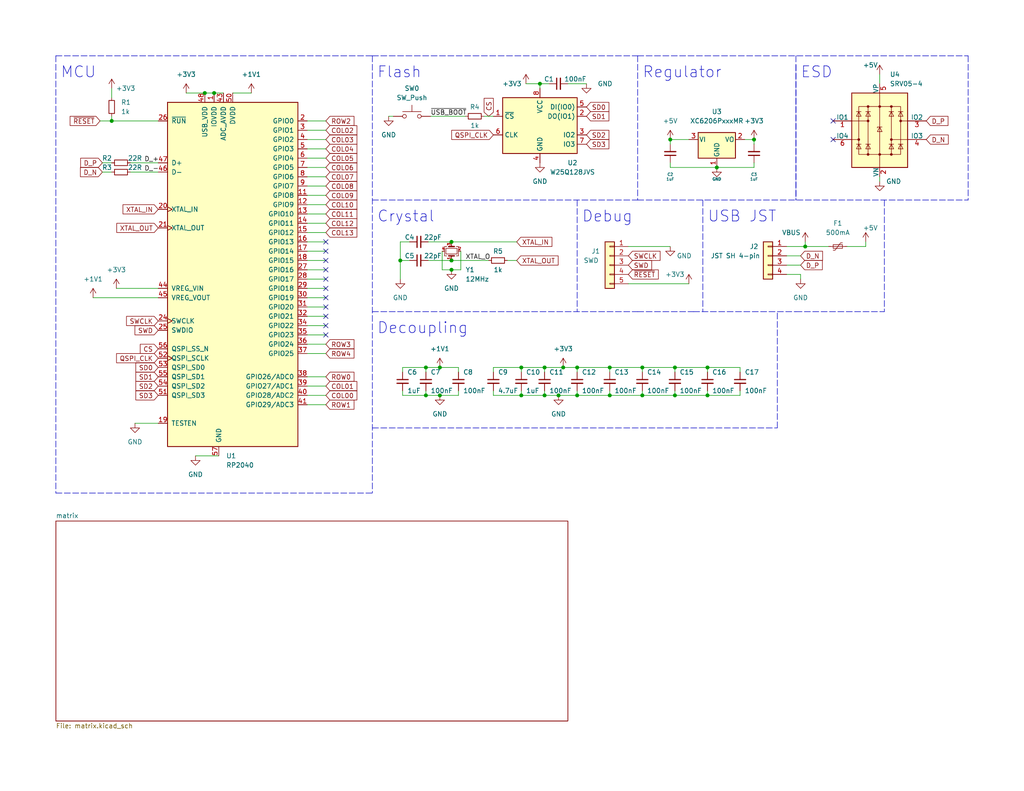
<source format=kicad_sch>
(kicad_sch (version 20211123) (generator eeschema)
  (paper "USLetter")
  (title_block (title "ice60") (date "2022-12-27") (company "chill") (comment 1 "© 2022 chillKB") (comment 2 "CERN Open Hardware License version 2 -- Permissive") (comment 4 "60% Soldered PCB with JST Powered by RP2040"))
  (lib_symbols
    (symbol "Connector_Generic:Conn_01x04" (pin_names (offset 1.016) hide)
      (property "Reference" "J" (at 0 5.08 0))
      (property "Value" "Conn_01x04" (at 0 -7.62 0))
      (symbol "Conn_01x04_1_1"
        (rectangle (start -1.27 -4.953) (end 0 -5.207) (stroke (width 0.1524)))
        (rectangle (start -1.27 -2.413) (end 0 -2.667) (stroke (width 0.1524)))
        (rectangle (start -1.27 0.127) (end 0 -0.127) (stroke (width 0.1524)))
        (rectangle (start -1.27 2.667) (end 0 2.413) (stroke (width 0.1524)))
        (rectangle (start -1.27 3.81) (end 1.27 -6.35) (stroke (width 0.254)) (fill (type background)))
        (pin passive line (at -5.08 2.54 0) (length 3.81) (name "Pin_1") (number "1"))
        (pin passive line (at -5.08 0 0) (length 3.81) (name "Pin_2") (number "2"))
        (pin passive line (at -5.08 -2.54 0) (length 3.81) (name "Pin_3") (number "3"))
        (pin passive line (at -5.08 -5.08 0) (length 3.81) (name "Pin_4") (number "4"))
      )
    )
    (symbol "Connector_Generic:Conn_01x05" (pin_names (offset 1.016) hide)
      (property "Reference" "J" (at 0 7.62 0))
      (property "Value" "Conn_01x05" (at 0 -7.62 0))
      (symbol "Conn_01x05_1_1"
        (rectangle (start -1.27 -4.953) (end 0 -5.207) (stroke (width 0.1524)))
        (rectangle (start -1.27 -2.413) (end 0 -2.667) (stroke (width 0.1524)))
        (rectangle (start -1.27 0.127) (end 0 -0.127) (stroke (width 0.1524)))
        (rectangle (start -1.27 2.667) (end 0 2.413) (stroke (width 0.1524)))
        (rectangle (start -1.27 5.207) (end 0 4.953) (stroke (width 0.1524)))
        (rectangle (start -1.27 6.35) (end 1.27 -6.35) (stroke (width 0.254)) (fill (type background)))
        (pin passive line (at -5.08 5.08 0) (length 3.81) (name "Pin_1") (number "1"))
        (pin passive line (at -5.08 2.54 0) (length 3.81) (name "Pin_2") (number "2"))
        (pin passive line (at -5.08 0 0) (length 3.81) (name "Pin_3") (number "3"))
        (pin passive line (at -5.08 -2.54 0) (length 3.81) (name "Pin_4") (number "4"))
        (pin passive line (at -5.08 -5.08 0) (length 3.81) (name "Pin_5") (number "5"))
      )
    )
    (symbol "Device:C_Small" (pin_numbers hide) (pin_names (offset 0.254) hide)
      (property "Reference" "C" (at 0.254 1.778 0))
      (property "Value" "C_Small" (at 0.254 -2.032 0))
      (symbol "C_Small_0_1"
        (polyline (pts (xy -1.524 -0.508) (xy 1.524 -0.508)) (stroke (width 0.3302)))
        (polyline (pts (xy -1.524 0.508) (xy 1.524 0.508)) (stroke (width 0.3048)))
      )
      (symbol "C_Small_1_1"
        (pin passive line (at 0 2.54 270) (length 2.032) (name "~") (number "1"))
        (pin passive line (at 0 -2.54 90) (length 2.032) (name "~") (number "2"))
      )
    )
    (symbol "Device:Crystal_GND24_Small" (pin_names (offset 1.016) hide)
      (property "Reference" "Y" (at 1.27 4.445 0))
      (property "Value" "Crystal_GND24_Small" (at 1.27 2.54 0))
      (symbol "Crystal_GND24_Small_0_1"
        (rectangle (start -0.762 -1.524) (end 0.762 1.524))
        (polyline (pts (xy -1.27 -0.762) (xy -1.27 0.762)) (stroke (width 0.381)))
        (polyline (pts (xy 1.27 -0.762) (xy 1.27 0.762)) (stroke (width 0.381)))
        (polyline (pts (xy -1.27 -1.27) (xy -1.27 -1.905) (xy 1.27 -1.905) (xy 1.27 -1.27)))
        (polyline (pts (xy -1.27 1.27) (xy -1.27 1.905) (xy 1.27 1.905) (xy 1.27 1.27)))
      )
      (symbol "Crystal_GND24_Small_1_1"
        (pin passive line (at -2.54 0 0) (length 1.27) (name "1") (number "1"))
        (pin passive line (at 0 -2.54 90) (length 0.635) (name "2") (number "2"))
        (pin passive line (at 2.54 0 180) (length 1.27) (name "3") (number "3"))
        (pin passive line (at 0 2.54 270) (length 0.635) (name "4") (number "4"))
      )
    )
    (symbol "Device:Polyfuse_Small" (pin_numbers hide) (pin_names (offset 0))
      (property "Reference" "F" (at -1.905 0 90))
      (property "Value" "Polyfuse_Small" (at 1.905 0 90))
      (symbol "Polyfuse_Small_0_1"
        (rectangle (start -0.508 1.27) (end 0.508 -1.27))
        (polyline (pts (xy 0 2.54) (xy 0 -2.54)))
        (polyline (pts (xy -1.016 1.27) (xy -1.016 0.762) (xy 1.016 -0.762) (xy 1.016 -1.27)))
      )
      (symbol "Polyfuse_Small_1_1"
        (pin passive line (at 0 2.54 270) (length 0.635) (name "~") (number "1"))
        (pin passive line (at 0 -2.54 90) (length 0.635) (name "~") (number "2"))
      )
    )
    (symbol "Device:R_Small" (pin_numbers hide) (pin_names (offset 0.254) hide)
      (property "Reference" "R" (at 0.762 0.508 0))
      (property "Value" "R_Small" (at 0.762 -1.016 0))
      (symbol "R_Small_0_1"
        (rectangle (start -0.762 1.778) (end 0.762 -1.778) (stroke (width 0.2032)))
      )
      (symbol "R_Small_1_1"
        (pin passive line (at 0 2.54 270) (length 0.762) (name "~") (number "1"))
        (pin passive line (at 0 -2.54 90) (length 0.762) (name "~") (number "2"))
      )
    )
    (symbol "Memory_Flash:W25Q128JVS"
      (property "Reference" "U" (at -8.89 8.89 0))
      (property "Value" "W25Q128JVS" (at 7.62 8.89 0))
      (symbol "W25Q128JVS_0_1"
        (rectangle (start -10.16 7.62) (end 10.16 -7.62) (stroke (width 0.254)) (fill (type background)))
      )
      (symbol "W25Q128JVS_1_1"
        (pin input line (at -12.7 2.54 0) (length 2.54) (name "~{CS}") (number "1"))
        (pin bidirectional line (at 12.7 2.54 180) (length 2.54) (name "DO(IO1)") (number "2"))
        (pin bidirectional line (at 12.7 -2.54 180) (length 2.54) (name "IO2") (number "3"))
        (pin power_in line (at 0 -10.16 90) (length 2.54) (name "GND") (number "4"))
        (pin bidirectional line (at 12.7 5.08 180) (length 2.54) (name "DI(IO0)") (number "5"))
        (pin input line (at -12.7 -2.54 0) (length 2.54) (name "CLK") (number "6"))
        (pin bidirectional line (at 12.7 -5.08 180) (length 2.54) (name "IO3") (number "7"))
        (pin power_in line (at 0 10.16 270) (length 2.54) (name "VCC") (number "8"))
      )
    )
    (symbol "Regulator_Linear:XC6206PxxxMR" (pin_names (offset 0.254))
      (property "Reference" "U" (at -3.81 3.175 0))
      (property "Value" "XC6206PxxxMR" (at 0 3.175 0))
      (symbol "XC6206PxxxMR_0_1"
        (rectangle (start -5.08 1.905) (end 5.08 -5.08) (stroke (width 0.254)) (fill (type background)))
      )
      (symbol "XC6206PxxxMR_1_1"
        (pin power_in line (at 0 -7.62 90) (length 2.54) (name "GND") (number "1"))
        (pin power_out line (at 7.62 0 180) (length 2.54) (name "VO") (number "2"))
        (pin power_in line (at -7.62 0 0) (length 2.54) (name "VI") (number "3"))
      )
    )
    (symbol "Sleep-Lib:RP2040" (pin_names (offset 1.016))
      (property "Reference" "U" (at 8.89 51.435 0))
      (property "Value" "RP2040" (at 8.89 48.895 0))
      (symbol "RP2040_0_0"
        (rectangle (start -17.78 -45.72) (end 17.78 48.26) (stroke (width 0.254)) (fill (type background)))
      )
      (symbol "RP2040_1_1"
        (pin power_in line (at -5.08 50.8 270) (length 2.54) (name "IOVDD") (number "1"))
        (pin power_in line (at -5.08 50.8 270) (length 2.54) hide (name "IOVDD") (number "10"))
        (pin input line (at 20.32 22.86 180) (length 2.54) (name "GPIO8") (number "11"))
        (pin input line (at 20.32 20.32 180) (length 2.54) (name "GPIO9") (number "12"))
        (pin input line (at 20.32 17.78 180) (length 2.54) (name "GPIO10") (number "13"))
        (pin input line (at 20.32 15.24 180) (length 2.54) (name "GPIO11") (number "14"))
        (pin input line (at 20.32 12.7 180) (length 2.54) (name "GPIO12") (number "15"))
        (pin input line (at 20.32 10.16 180) (length 2.54) (name "GPIO13") (number "16"))
        (pin input line (at 20.32 7.62 180) (length 2.54) (name "GPIO14") (number "17"))
        (pin input line (at 20.32 5.08 180) (length 2.54) (name "GPIO15") (number "18"))
        (pin input line (at -20.32 -39.37 0) (length 2.54) (name "TESTEN") (number "19"))
        (pin input line (at 20.32 43.18 180) (length 2.54) (name "GPIO0") (number "2"))
        (pin input clock (at -20.32 19.05 0) (length 2.54) (name "XTAL_IN") (number "20"))
        (pin input clock (at -20.32 13.97 0) (length 2.54) (name "XTAL_OUT") (number "21"))
        (pin power_in line (at -5.08 50.8 270) (length 2.54) hide (name "IOVDD") (number "22"))
        (pin power_in line (at 0 50.8 270) (length 2.54) hide (name "DVDD") (number "23"))
        (pin input clock (at -20.32 -11.43 0) (length 2.54) (name "SWCLK") (number "24"))
        (pin bidirectional line (at -20.32 -13.97 0) (length 2.54) (name "SWDIO") (number "25"))
        (pin input line (at -20.32 43.18 0) (length 2.54) (name "~{RUN}") (number "26"))
        (pin input line (at 20.32 2.54 180) (length 2.54) (name "GPIO16") (number "27"))
        (pin input line (at 20.32 0 180) (length 2.54) (name "GPIO17") (number "28"))
        (pin input line (at 20.32 -2.54 180) (length 2.54) (name "GPIO18") (number "29"))
        (pin input line (at 20.32 40.64 180) (length 2.54) (name "GPIO1") (number "3"))
        (pin input line (at 20.32 -5.08 180) (length 2.54) (name "GPIO19") (number "30"))
        (pin input line (at 20.32 -7.62 180) (length 2.54) (name "GPIO20") (number "31"))
        (pin input line (at 20.32 -10.16 180) (length 2.54) (name "GPIO21") (number "32"))
        (pin power_in line (at -5.08 50.8 270) (length 2.54) hide (name "IOVDD") (number "33"))
        (pin input line (at 20.32 -12.7 180) (length 2.54) (name "GPIO22") (number "34"))
        (pin input line (at 20.32 -15.24 180) (length 2.54) (name "GPIO23") (number "35"))
        (pin input line (at 20.32 -17.78 180) (length 2.54) (name "GPIO24") (number "36"))
        (pin input line (at 20.32 -20.32 180) (length 2.54) (name "GPIO25") (number "37"))
        (pin input line (at 20.32 -26.67 180) (length 2.54) (name "GPIO26/ADC0") (number "38"))
        (pin input line (at 20.32 -29.21 180) (length 2.54) (name "GPIO27/ADC1") (number "39"))
        (pin input line (at 20.32 38.1 180) (length 2.54) (name "GPIO2") (number "4"))
        (pin input line (at 20.32 -31.75 180) (length 2.54) (name "GPIO28/ADC2") (number "40"))
        (pin input line (at 20.32 -34.29 180) (length 2.54) (name "GPIO29/ADC3") (number "41"))
        (pin power_in line (at -5.08 50.8 270) (length 2.54) hide (name "IOVDD") (number "42"))
        (pin power_in line (at -2.54 50.8 270) (length 2.54) (name "ADC_AVDD") (number "43"))
        (pin power_in line (at -20.32 -2.54 0) (length 2.54) (name "VREG_VIN") (number "44"))
        (pin power_out line (at -20.32 -5.08 0) (length 2.54) (name "VREG_VOUT") (number "45"))
        (pin bidirectional line (at -20.32 29.21 0) (length 2.54) (name "D-") (number "46"))
        (pin bidirectional line (at -20.32 31.75 0) (length 2.54) (name "D+") (number "47"))
        (pin power_in line (at -7.62 50.8 270) (length 2.54) (name "USB_VDD") (number "48"))
        (pin power_in line (at -5.08 50.8 270) (length 2.54) hide (name "IOVDD") (number "49"))
        (pin input line (at 20.32 35.56 180) (length 2.54) (name "GPIO3") (number "5"))
        (pin power_in line (at 0 50.8 270) (length 2.54) (name "DVDD") (number "50"))
        (pin bidirectional line (at -20.32 -31.75 0) (length 2.54) (name "QSPI_SD3") (number "51"))
        (pin input clock (at -20.32 -21.59 0) (length 2.54) (name "QSPI_SCLK") (number "52"))
        (pin bidirectional line (at -20.32 -24.13 0) (length 2.54) (name "QSPI_SD0") (number "53"))
        (pin bidirectional line (at -20.32 -29.21 0) (length 2.54) (name "QSPI_SD2") (number "54"))
        (pin bidirectional line (at -20.32 -26.67 0) (length 2.54) (name "QSPI_SD1") (number "55"))
        (pin bidirectional line (at -20.32 -19.05 0) (length 2.54) (name "QSPI_SS_N") (number "56"))
        (pin power_in line (at -3.81 -48.26 90) (length 2.54) (name "GND") (number "57"))
        (pin input line (at 20.32 33.02 180) (length 2.54) (name "GPIO4") (number "6"))
        (pin input line (at 20.32 30.48 180) (length 2.54) (name "GPIO5") (number "7"))
        (pin input line (at 20.32 27.94 180) (length 2.54) (name "GPIO6") (number "8"))
        (pin input line (at 20.32 25.4 180) (length 2.54) (name "GPIO7") (number "9"))
      )
    )
    (symbol "Switch:SW_Push" (pin_numbers hide) (pin_names (offset 1.016) hide)
      (property "Reference" "SW" (at 1.27 2.54 0))
      (property "Value" "SW_Push" (at 0 -1.524 0))
      (symbol "SW_Push_0_1"
        (circle (center -2.032 0) (radius 0.508))
        (polyline (pts (xy 0 1.27) (xy 0 3.048)))
        (polyline (pts (xy 2.54 1.27) (xy -2.54 1.27)))
        (circle (center 2.032 0) (radius 0.508))
        (pin passive line (at -5.08 0 0) (length 2.54) (name "1") (number "1"))
        (pin passive line (at 5.08 0 180) (length 2.54) (name "2") (number "2"))
      )
    )
    (symbol "marbastlib-various:SRV05-4" (pin_names (offset 0))
      (property "Reference" "U" (at -5.08 11.43 0))
      (property "Value" "SRV05-4" (at 2.54 11.43 0))
      (symbol "SRV05-4_0_0"
        (rectangle (start -5.715 6.477) (end 5.715 -6.604))
        (polyline (pts (xy -3.175 -6.604) (xy -3.175 6.477)))
        (polyline (pts (xy 3.175 6.477) (xy 3.175 -6.604)))
      )
      (symbol "SRV05-4_0_1"
        (rectangle (start -7.62 10.16) (end 7.62 -10.16) (stroke (width 0.254)) (fill (type background)))
        (circle (center -5.715 -2.54) (radius 0.2794) (fill (type outline)))
        (circle (center -3.175 -6.604) (radius 0.2794) (fill (type outline)))
        (circle (center -3.175 2.54) (radius 0.2794) (fill (type outline)))
        (circle (center -3.175 6.477) (radius 0.2794) (fill (type outline)))
        (circle (center 0 -6.604) (radius 0.2794) (fill (type outline)))
        (polyline (pts (xy -7.747 2.54) (xy -3.175 2.54)))
        (polyline (pts (xy -7.62 -2.54) (xy -5.715 -2.54)))
        (polyline (pts (xy -5.08 -3.81) (xy -6.35 -3.81)))
        (polyline (pts (xy -5.08 5.08) (xy -6.35 5.08)))
        (polyline (pts (xy -2.54 -3.81) (xy -3.81 -3.81)))
        (polyline (pts (xy -2.54 5.08) (xy -3.81 5.08)))
        (polyline (pts (xy 0 10.16) (xy 0 -10.16)))
        (polyline (pts (xy 3.81 -3.81) (xy 2.54 -3.81)))
        (polyline (pts (xy 3.81 5.08) (xy 2.54 5.08)))
        (polyline (pts (xy 6.35 -3.81) (xy 5.08 -3.81)))
        (polyline (pts (xy 6.35 5.08) (xy 5.08 5.08)))
        (polyline (pts (xy 7.62 -2.54) (xy 3.175 -2.54)))
        (polyline (pts (xy 7.62 2.54) (xy 5.715 2.54)))
        (polyline (pts (xy 0.635 0.889) (xy -0.635 0.889) (xy -0.635 0.635)))
        (polyline (pts (xy -5.08 -5.08) (xy -6.35 -5.08) (xy -5.715 -3.81) (xy -5.08 -5.08)))
        (polyline (pts (xy -5.08 3.81) (xy -6.35 3.81) (xy -5.715 5.08) (xy -5.08 3.81)))
        (polyline (pts (xy -2.54 -5.08) (xy -3.81 -5.08) (xy -3.175 -3.81) (xy -2.54 -5.08)))
        (polyline (pts (xy -2.54 3.81) (xy -3.81 3.81) (xy -3.175 5.08) (xy -2.54 3.81)))
        (polyline (pts (xy 0.635 -0.381) (xy -0.635 -0.381) (xy 0 0.889) (xy 0.635 -0.381)))
        (polyline (pts (xy 3.81 -5.08) (xy 2.54 -5.08) (xy 3.175 -3.81) (xy 3.81 -5.08)))
        (polyline (pts (xy 3.81 3.81) (xy 2.54 3.81) (xy 3.175 5.08) (xy 3.81 3.81)))
        (polyline (pts (xy 6.35 -5.08) (xy 5.08 -5.08) (xy 5.715 -3.81) (xy 6.35 -5.08)))
        (polyline (pts (xy 6.35 3.81) (xy 5.08 3.81) (xy 5.715 5.08) (xy 6.35 3.81)))
        (circle (center 0 6.477) (radius 0.2794) (fill (type outline)))
        (circle (center 3.175 -6.604) (radius 0.2794) (fill (type outline)))
        (circle (center 3.175 -2.54) (radius 0.2794) (fill (type outline)))
        (circle (center 3.175 6.477) (radius 0.2794) (fill (type outline)))
        (circle (center 5.715 2.54) (radius 0.2794) (fill (type outline)))
      )
      (symbol "SRV05-4_1_1"
        (pin passive line (at -12.7 2.54 0) (length 5.08) (name "IO1") (number "1"))
        (pin passive line (at 0 -12.7 90) (length 2.54) (name "VN") (number "2"))
        (pin passive line (at 12.7 2.54 180) (length 5.08) (name "IO2") (number "3"))
        (pin passive line (at 12.7 -2.54 180) (length 5.08) (name "IO3") (number "4"))
        (pin passive line (at 0 12.7 270) (length 2.54) (name "VP") (number "5"))
        (pin passive line (at -12.7 -2.54 0) (length 5.08) (name "IO4") (number "6"))
      )
    )
    (symbol "power:+1V1" (power) (pin_names (offset 0))
      (property "Value" "+1V1" (at 0 3.556 0))
      (symbol "+1V1_0_1"
        (polyline (pts (xy -0.762 1.27) (xy 0 2.54)))
        (polyline (pts (xy 0 0) (xy 0 2.54)))
        (polyline (pts (xy 0 2.54) (xy 0.762 1.27)))
      )
      (symbol "+1V1_1_1"
        (pin power_in line (at 0 0 90) (length 0) hide (name "+1V1") (number "1"))
      )
    )
    (symbol "power:+3V3" (power) (pin_names (offset 0))
      (property "Value" "+3V3" (at 0 3.556 0))
      (symbol "+3V3_0_1"
        (polyline (pts (xy -0.762 1.27) (xy 0 2.54)))
        (polyline (pts (xy 0 0) (xy 0 2.54)))
        (polyline (pts (xy 0 2.54) (xy 0.762 1.27)))
      )
      (symbol "+3V3_1_1"
        (pin power_in line (at 0 0 90) (length 0) hide (name "+3V3") (number "1"))
      )
    )
    (symbol "power:+5V" (power) (pin_names (offset 0))
      (property "Value" "+5V" (at 0 3.556 0))
      (symbol "+5V_0_1"
        (polyline (pts (xy -0.762 1.27) (xy 0 2.54)))
        (polyline (pts (xy 0 0) (xy 0 2.54)))
        (polyline (pts (xy 0 2.54) (xy 0.762 1.27)))
      )
      (symbol "+5V_1_1"
        (pin power_in line (at 0 0 90) (length 0) hide (name "+5V") (number "1"))
      )
    )
    (symbol "power:GND" (power) (pin_names (offset 0))
      (property "Value" "GND" (at 0 -3.81 0))
      (symbol "GND_0_1"
        (polyline (pts (xy 0 0) (xy 0 -1.27) (xy 1.27 -1.27) (xy 0 -2.54) (xy -1.27 -1.27) (xy 0 -1.27)))
      )
      (symbol "GND_1_1"
        (pin power_in line (at 0 0 270) (length 0) hide (name "GND") (number "1"))
      )
    )
    (symbol "power:VBUS" (power) (pin_names (offset 0))
      (property "Value" "VBUS" (at 0 3.81 0))
      (symbol "VBUS_0_1"
        (polyline (pts (xy -0.762 1.27) (xy 0 2.54)))
        (polyline (pts (xy 0 0) (xy 0 2.54)))
        (polyline (pts (xy 0 2.54) (xy 0.762 1.27)))
      )
      (symbol "VBUS_1_1"
        (pin power_in line (at 0 0 90) (length 0) hide (name "VBUS") (number "1"))
      )
    )
  )
  (junction (at 123.19 73.66))
  (junction (at 123.19 66.04))
  (junction (at 55.88 25.4))
  (junction (at 184.15 100.33))
  (junction (at 120.015 107.95))
  (junction (at 166.37 100.33))
  (junction (at 157.48 107.95))
  (junction (at 30.48 33.02))
  (junction (at 195.58 45.72) (diameter 0.9144))
  (junction (at 184.15 107.95))
  (junction (at 193.04 100.33))
  (junction (at 182.88 38.1) (diameter 0.9144))
  (junction (at 58.42 25.4))
  (junction (at 116.205 100.33))
  (junction (at 109.22 71.12))
  (junction (at 147.32 22.86))
  (junction (at 123.19 71.12))
  (junction (at 175.26 100.33))
  (junction (at 152.4 107.95))
  (junction (at 157.48 100.33))
  (junction (at 142.24 100.33))
  (junction (at 153.67 100.33))
  (junction (at 193.04 107.95))
  (junction (at 166.37 107.95))
  (junction (at 142.24 107.95))
  (junction (at 175.26 107.95))
  (junction (at 219.71 67.31))
  (junction (at 148.59 107.95))
  (junction (at 120.015 100.33))
  (junction (at 205.74 38.1))
  (junction (at 116.205 107.95))
  (junction (at 148.59 100.33))
  (no_connect (at 88.9 68.58))
  (no_connect (at 227.33 33.02))
  (no_connect (at 88.9 66.04))
  (no_connect (at 88.9 88.9))
  (no_connect (at 88.9 81.28))
  (no_connect (at 88.9 78.74))
  (no_connect (at 88.9 86.36))
  (no_connect (at 227.33 38.1))
  (no_connect (at 88.9 91.44))
  (no_connect (at 88.9 83.82))
  (no_connect (at 88.9 73.66))
  (no_connect (at 88.9 71.12))
  (no_connect (at 88.9 76.2))
  (polyline (pts (xy 15.24 15.24) (xy 15.24 134.62)))
  (wire (pts (xy 184.15 107.95) (xy 193.04 107.95)))
  (wire (pts (xy 83.82 35.56) (xy 88.9 35.56)))
  (wire (pts (xy 116.84 66.04) (xy 123.19 66.04)))
  (wire (pts (xy 182.88 38.1) (xy 182.88 39.37)))
  (polyline (pts (xy 212.09 116.84) (xy 212.09 85.09)))
  (wire (pts (xy 88.9 91.44) (xy 83.82 91.44)))
  (wire (pts (xy 27.94 46.99) (xy 30.48 46.99)))
  (wire (pts (xy 109.855 106.68) (xy 109.855 107.95)))
  (wire (pts (xy 193.04 107.95) (xy 201.93 107.95)))
  (wire (pts (xy 203.2 38.1) (xy 205.74 38.1)))
  (wire (pts (xy 125.095 107.95) (xy 125.095 106.68)))
  (wire (pts (xy 83.82 66.04) (xy 88.9 66.04)))
  (wire (pts (xy 138.43 71.12) (xy 140.97 71.12)))
  (wire (pts (xy 109.22 66.04) (xy 109.22 71.12)))
  (polyline (pts (xy 217.17 15.24) (xy 217.17 54.61)))
  (wire (pts (xy 142.24 106.68) (xy 142.24 107.95)))
  (wire (pts (xy 109.22 71.12) (xy 109.22 76.2)))
  (wire (pts (xy 125.095 100.33) (xy 125.095 101.6)))
  (polyline (pts (xy 15.24 15.24) (xy 101.6 15.24)))
  (wire (pts (xy 157.48 100.33) (xy 166.37 100.33)))
  (wire (pts (xy 123.19 66.04) (xy 140.97 66.04)))
  (wire (pts (xy 147.32 22.86) (xy 149.86 22.86)))
  (polyline (pts (xy 157.48 54.61) (xy 157.48 85.09)))
  (wire (pts (xy 214.63 67.31) (xy 219.71 67.31)))
  (wire (pts (xy 120.65 68.58) (xy 120.65 73.66)))
  (wire (pts (xy 147.32 22.86) (xy 147.32 24.13)))
  (wire (pts (xy 134.62 107.95) (xy 142.24 107.95)))
  (wire (pts (xy 58.42 25.4) (xy 60.96 25.4)))
  (polyline (pts (xy 15.24 134.62) (xy 101.6 134.62)))
  (wire (pts (xy 157.48 107.95) (xy 166.37 107.95)))
  (wire (pts (xy 83.82 33.02) (xy 88.9 33.02)))
  (wire (pts (xy 219.71 66.04) (xy 219.71 67.31)))
  (wire (pts (xy 83.82 71.12) (xy 88.9 71.12)))
  (wire (pts (xy 120.015 107.95) (xy 125.095 107.95)))
  (wire (pts (xy 166.37 107.95) (xy 166.37 106.68)))
  (polyline (pts (xy 173.99 85.09) (xy 189.23 85.09)))
  (polyline (pts (xy 173.99 15.24) (xy 173.99 54.61)))
  (wire (pts (xy 120.015 100.33) (xy 116.205 100.33)))
  (wire (pts (xy 154.94 22.86) (xy 160.02 22.86)))
  (wire (pts (xy 134.62 106.68) (xy 134.62 107.95)))
  (polyline (pts (xy 101.6 116.84) (xy 212.09 116.84)))
  (wire (pts (xy 214.63 72.39) (xy 218.44 72.39)))
  (wire (pts (xy 31.75 78.74) (xy 43.18 78.74)))
  (wire (pts (xy 236.22 67.31) (xy 231.14 67.31)))
  (wire (pts (xy 125.73 68.58) (xy 125.73 73.66)))
  (wire (pts (xy 88.9 88.9) (xy 83.82 88.9)))
  (wire (pts (xy 117.475 31.75) (xy 127 31.75)))
  (wire (pts (xy 193.04 100.33) (xy 193.04 101.6)))
  (wire (pts (xy 83.82 40.64) (xy 88.9 40.64)))
  (wire (pts (xy 143.51 22.86) (xy 147.32 22.86)))
  (wire (pts (xy 205.74 38.1) (xy 205.74 39.37)))
  (wire (pts (xy 166.37 107.95) (xy 175.26 107.95)))
  (wire (pts (xy 83.82 53.34) (xy 88.9 53.34)))
  (wire (pts (xy 214.63 74.93) (xy 218.44 74.93)))
  (wire (pts (xy 116.205 100.33) (xy 109.855 100.33)))
  (wire (pts (xy 120.015 100.33) (xy 125.095 100.33)))
  (polyline (pts (xy 264.16 15.24) (xy 264.16 54.61)))
  (wire (pts (xy 83.82 55.88) (xy 88.9 55.88)))
  (wire (pts (xy 109.22 71.12) (xy 111.76 71.12)))
  (polyline (pts (xy 191.77 54.61) (xy 191.77 85.09)))
  (wire (pts (xy 30.48 24.13) (xy 30.48 26.67)))
  (wire (pts (xy 195.58 45.72) (xy 205.74 45.72)))
  (wire (pts (xy 182.88 44.45) (xy 182.88 45.72)))
  (wire (pts (xy 175.26 100.33) (xy 175.26 101.6)))
  (wire (pts (xy 109.855 100.33) (xy 109.855 101.6)))
  (wire (pts (xy 214.63 69.85) (xy 218.44 69.85)))
  (wire (pts (xy 182.88 38.1) (xy 187.96 38.1)))
  (wire (pts (xy 193.04 100.33) (xy 201.93 100.33)))
  (wire (pts (xy 184.15 100.33) (xy 184.15 101.6)))
  (wire (pts (xy 142.24 100.33) (xy 142.24 101.6)))
  (wire (pts (xy 175.26 107.95) (xy 184.15 107.95)))
  (wire (pts (xy 88.9 96.52) (xy 83.82 96.52)))
  (wire (pts (xy 83.82 58.42) (xy 88.9 58.42)))
  (wire (pts (xy 88.9 83.82) (xy 83.82 83.82)))
  (wire (pts (xy 201.93 107.95) (xy 201.93 106.68)))
  (wire (pts (xy 184.15 106.68) (xy 184.15 107.95)))
  (wire (pts (xy 148.59 100.33) (xy 142.24 100.33)))
  (wire (pts (xy 83.82 60.96) (xy 88.9 60.96)))
  (wire (pts (xy 175.26 106.68) (xy 175.26 107.95)))
  (wire (pts (xy 55.88 25.4) (xy 58.42 25.4)))
  (polyline (pts (xy 101.6 15.24) (xy 173.99 15.24)))
  (wire (pts (xy 166.37 100.33) (xy 166.37 101.6)))
  (wire (pts (xy 111.76 66.04) (xy 109.22 66.04)))
  (wire (pts (xy 205.74 44.45) (xy 205.74 45.72)))
  (wire (pts (xy 83.82 78.74) (xy 88.9 78.74)))
  (wire (pts (xy 219.71 67.31) (xy 226.06 67.31)))
  (wire (pts (xy 171.45 67.31) (xy 182.88 67.31)))
  (wire (pts (xy 148.59 100.33) (xy 153.67 100.33)))
  (wire (pts (xy 148.59 106.68) (xy 148.59 107.95)))
  (wire (pts (xy 134.62 100.33) (xy 142.24 100.33)))
  (wire (pts (xy 83.82 68.58) (xy 88.9 68.58)))
  (wire (pts (xy 148.59 107.95) (xy 152.4 107.95)))
  (polyline (pts (xy 101.6 85.09) (xy 173.99 85.09)))
  (polyline (pts (xy 173.99 54.61) (xy 264.16 54.61)))
  (wire (pts (xy 132.08 31.75) (xy 134.62 31.75)))
  (wire (pts (xy 35.56 46.99) (xy 43.18 46.99)))
  (wire (pts (xy 88.9 93.98) (xy 83.82 93.98)))
  (wire (pts (xy 134.62 101.6) (xy 134.62 100.33)))
  (wire (pts (xy 152.4 107.95) (xy 157.48 107.95)))
  (wire (pts (xy 175.26 100.33) (xy 184.15 100.33)))
  (polyline (pts (xy 101.6 15.24) (xy 101.6 134.62)))
  (polyline (pts (xy 217.17 17.78) (xy 217.17 54.61)))
  (wire (pts (xy 83.82 73.66) (xy 88.9 73.66)))
  (wire (pts (xy 83.82 63.5) (xy 88.9 63.5)))
  (wire (pts (xy 83.82 45.72) (xy 88.9 45.72)))
  (wire (pts (xy 218.44 74.93) (xy 218.44 76.2)))
  (wire (pts (xy 193.04 107.95) (xy 193.04 106.68)))
  (wire (pts (xy 201.93 100.33) (xy 201.93 101.6)))
  (wire (pts (xy 153.67 100.33) (xy 157.48 100.33)))
  (wire (pts (xy 157.48 100.33) (xy 157.48 101.6)))
  (wire (pts (xy 83.82 76.2) (xy 88.9 76.2)))
  (wire (pts (xy 148.59 100.33) (xy 148.59 101.6)))
  (wire (pts (xy 50.8 25.4) (xy 55.88 25.4)))
  (wire (pts (xy 83.82 38.1) (xy 88.9 38.1)))
  (wire (pts (xy 116.205 107.95) (xy 120.015 107.95)))
  (wire (pts (xy 88.9 110.49) (xy 83.82 110.49)))
  (wire (pts (xy 240.03 20.32) (xy 240.03 22.86)))
  (wire (pts (xy 123.19 71.12) (xy 133.35 71.12)))
  (wire (pts (xy 195.58 45.72) (xy 182.88 45.72)))
  (wire (pts (xy 142.24 107.95) (xy 148.59 107.95)))
  (wire (pts (xy 120.65 73.66) (xy 123.19 73.66)))
  (wire (pts (xy 125.73 73.66) (xy 123.19 73.66)))
  (wire (pts (xy 116.84 71.12) (xy 123.19 71.12)))
  (wire (pts (xy 53.34 124.46) (xy 59.69 124.46)))
  (polyline (pts (xy 173.99 15.24) (xy 264.16 15.24)))
  (wire (pts (xy 166.37 100.33) (xy 175.26 100.33)))
  (wire (pts (xy 171.45 77.47) (xy 187.96 77.47)))
  (wire (pts (xy 83.82 81.28) (xy 88.9 81.28)))
  (wire (pts (xy 36.83 115.57) (xy 43.18 115.57)))
  (wire (pts (xy 83.82 48.26) (xy 88.9 48.26)))
  (polyline (pts (xy 101.6 54.61) (xy 173.99 54.61)))
  (wire (pts (xy 106.045 31.75) (xy 107.315 31.75)))
  (wire (pts (xy 88.9 107.95) (xy 83.82 107.95)))
  (wire (pts (xy 88.9 105.41) (xy 83.82 105.41)))
  (wire (pts (xy 83.82 43.18) (xy 88.9 43.18)))
  (wire (pts (xy 116.205 100.33) (xy 116.205 101.6)))
  (wire (pts (xy 27.94 44.45) (xy 30.48 44.45)))
  (wire (pts (xy 83.82 50.8) (xy 88.9 50.8)))
  (polyline (pts (xy 241.3 54.61) (xy 241.3 85.09)))
  (wire (pts (xy 43.18 81.28) (xy 25.4 81.28)))
  (wire (pts (xy 63.5 25.4) (xy 68.58 25.4)))
  (wire (pts (xy 35.56 44.45) (xy 43.18 44.45)))
  (wire (pts (xy 27.305 33.02) (xy 30.48 33.02)))
  (wire (pts (xy 116.205 106.68) (xy 116.205 107.95)))
  (wire (pts (xy 88.9 102.87) (xy 83.82 102.87)))
  (wire (pts (xy 157.48 107.95) (xy 157.48 106.68)))
  (wire (pts (xy 236.22 66.04) (xy 236.22 67.31)))
  (wire (pts (xy 30.48 33.02) (xy 43.18 33.02)))
  (wire (pts (xy 184.15 100.33) (xy 193.04 100.33)))
  (wire (pts (xy 240.03 48.26) (xy 240.03 49.53)))
  (wire (pts (xy 88.9 86.36) (xy 83.82 86.36)))
  (polyline (pts (xy 217.17 85.09) (xy 241.3 85.09)))
  (polyline (pts (xy 189.23 85.09) (xy 217.17 85.09)))
  (wire (pts (xy 30.48 31.75) (xy 30.48 33.02)))
  (wire (pts (xy 109.855 107.95) (xy 116.205 107.95)))
  (text "Crystal" (at 102.87 60.96 0) (effects (font (size 3 3)) (justify left bottom)))
  (text "USB JST" (at 193.04 60.96 0) (effects (font (size 3 3)) (justify left bottom)))
  (text "Regulator" (at 175.26 21.59 0) (effects (font (size 3 3)) (justify left bottom)))
  (text "ESD" (at 218.44 21.59 0) (effects (font (size 3 3)) (justify left bottom)))
  (text "MCU" (at 16.51 21.59 0) (effects (font (size 3 3)) (justify left bottom)))
  (text "Debug" (at 158.75 60.96 0) (effects (font (size 3 3)) (justify left bottom)))
  (text "Flash" (at 102.87 21.59 0) (effects (font (size 3 3)) (justify left bottom)))
  (text "Decoupling" (at 102.87 91.44 0) (effects (font (size 3 3)) (justify left bottom)))
  (label "~{USB_BOOT}" (at 117.475 31.75 0))
  (label "D_-" (at 39.37 46.99 0))
  (label "XTAL_O" (at 127 71.12 0))
  (label "D_+" (at 39.37 44.45 0))
  (global_label "D_P" (shape input) (at 218.44 72.39 0) (property "Intersheet References" "${INTERSHEET_REFS}" (effects hide)))
  (global_label "ROW0" (shape input) (at 88.9 102.87 0) (property "Intersheet References" "${INTERSHEET_REFS}" (effects hide)))
  (global_label "ROW2" (shape input) (at 88.9 33.02 0) (property "Intersheet References" "${INTERSHEET_REFS}" (effects hide)))
  (global_label "D_N" (shape input) (at 27.94 46.99 180) (property "Intersheet References" "${INTERSHEET_REFS}" (effects hide)))
  (global_label "~{RESET}" (shape input) (at 171.45 74.93 0) (property "Intersheet References" "${INTERSHEET_REFS}" (effects hide)))
  (global_label "COL11" (shape input) (at 88.9 58.42 0) (property "Intersheet References" "${INTERSHEET_REFS}" (effects hide)))
  (global_label "COL08" (shape input) (at 88.9 50.8 0) (property "Intersheet References" "${INTERSHEET_REFS}" (effects hide)))
  (global_label "XTAL_OUT" (shape input) (at 43.18 62.23 180) (property "Intersheet References" "${INTERSHEET_REFS}" (effects hide)))
  (global_label "~{RESET}" (shape input) (at 27.305 33.02 180) (property "Intersheet References" "${INTERSHEET_REFS}" (effects hide)))
  (global_label "SD0" (shape input) (at 160.02 29.21 0) (property "Intersheet References" "${INTERSHEET_REFS}" (effects hide)))
  (global_label "COL00" (shape input) (at 88.9 107.95 0) (property "Intersheet References" "${INTERSHEET_REFS}" (effects hide)))
  (global_label "SD1" (shape input) (at 43.18 102.87 180) (property "Intersheet References" "${INTERSHEET_REFS}" (effects hide)))
  (global_label "COL01" (shape input) (at 88.9 105.41 0) (property "Intersheet References" "${INTERSHEET_REFS}" (effects hide)))
  (global_label "SWCLK" (shape input) (at 171.45 69.85 0) (property "Intersheet References" "${INTERSHEET_REFS}" (effects hide)))
  (global_label "XTAL_OUT" (shape input) (at 140.97 71.12 0) (property "Intersheet References" "${INTERSHEET_REFS}" (effects hide)))
  (global_label "SD3" (shape input) (at 43.18 107.95 180) (property "Intersheet References" "${INTERSHEET_REFS}" (effects hide)))
  (global_label "QSPI_CLK" (shape input) (at 134.62 36.83 180) (property "Intersheet References" "${INTERSHEET_REFS}" (effects hide)))
  (global_label "COL04" (shape input) (at 88.9 40.64 0) (property "Intersheet References" "${INTERSHEET_REFS}" (effects hide)))
  (global_label "CS" (shape input) (at 43.18 95.25 180) (property "Intersheet References" "${INTERSHEET_REFS}" (effects hide)))
  (global_label "SWCLK" (shape input) (at 43.18 87.63 180) (property "Intersheet References" "${INTERSHEET_REFS}" (effects hide)))
  (global_label "SD0" (shape input) (at 43.18 100.33 180) (property "Intersheet References" "${INTERSHEET_REFS}" (effects hide)))
  (global_label "COL03" (shape input) (at 88.9 38.1 0) (property "Intersheet References" "${INTERSHEET_REFS}" (effects hide)))
  (global_label "COL13" (shape input) (at 88.9 63.5 0) (property "Intersheet References" "${INTERSHEET_REFS}" (effects hide)))
  (global_label "COL02" (shape input) (at 88.9 35.56 0) (property "Intersheet References" "${INTERSHEET_REFS}" (effects hide)))
  (global_label "COL05" (shape input) (at 88.9 43.18 0) (property "Intersheet References" "${INTERSHEET_REFS}" (effects hide)))
  (global_label "D_P" (shape input) (at 252.73 33.02 0) (property "Intersheet References" "${INTERSHEET_REFS}" (effects hide)))
  (global_label "SD2" (shape input) (at 43.18 105.41 180) (property "Intersheet References" "${INTERSHEET_REFS}" (effects hide)))
  (global_label "QSPI_CLK" (shape input) (at 43.18 97.79 180) (property "Intersheet References" "${INTERSHEET_REFS}" (effects hide)))
  (global_label "D_N" (shape input) (at 252.73 38.1 0) (property "Intersheet References" "${INTERSHEET_REFS}" (effects hide)))
  (global_label "ROW3" (shape input) (at 88.9 93.98 0) (property "Intersheet References" "${INTERSHEET_REFS}" (effects hide)))
  (global_label "COL09" (shape input) (at 88.9 53.34 0) (property "Intersheet References" "${INTERSHEET_REFS}" (effects hide)))
  (global_label "D_P" (shape input) (at 27.94 44.45 180) (property "Intersheet References" "${INTERSHEET_REFS}" (effects hide)))
  (global_label "XTAL_IN" (shape input) (at 43.18 57.15 180) (property "Intersheet References" "${INTERSHEET_REFS}" (effects hide)))
  (global_label "SD1" (shape input) (at 160.02 31.75 0) (property "Intersheet References" "${INTERSHEET_REFS}" (effects hide)))
  (global_label "SD2" (shape input) (at 160.02 36.83 0) (property "Intersheet References" "${INTERSHEET_REFS}" (effects hide)))
  (global_label "ROW4" (shape input) (at 88.9 96.52 0) (property "Intersheet References" "${INTERSHEET_REFS}" (effects hide)))
  (global_label "COL06" (shape input) (at 88.9 45.72 0) (property "Intersheet References" "${INTERSHEET_REFS}" (effects hide)))
  (global_label "CS" (shape input) (at 133.35 31.75 90) (property "Intersheet References" "${INTERSHEET_REFS}" (effects hide)))
  (global_label "COL07" (shape input) (at 88.9 48.26 0) (property "Intersheet References" "${INTERSHEET_REFS}" (effects hide)))
  (global_label "D_N" (shape input) (at 218.44 69.85 0) (property "Intersheet References" "${INTERSHEET_REFS}" (effects hide)))
  (global_label "XTAL_IN" (shape input) (at 140.97 66.04 0) (property "Intersheet References" "${INTERSHEET_REFS}" (effects hide)))
  (global_label "ROW1" (shape input) (at 88.9 110.49 0) (property "Intersheet References" "${INTERSHEET_REFS}" (effects hide)))
  (global_label "SWD" (shape input) (at 43.18 90.17 180) (property "Intersheet References" "${INTERSHEET_REFS}" (effects hide)))
  (global_label "SD3" (shape input) (at 160.02 39.37 0) (property "Intersheet References" "${INTERSHEET_REFS}" (effects hide)))
  (global_label "COL10" (shape input) (at 88.9 55.88 0) (property "Intersheet References" "${INTERSHEET_REFS}" (effects hide)))
  (global_label "COL12" (shape input) (at 88.9 60.96 0) (property "Intersheet References" "${INTERSHEET_REFS}" (effects hide)))
  (global_label "SWD" (shape input) (at 171.45 72.39 0) (property "Intersheet References" "${INTERSHEET_REFS}" (effects hide)))
  (symbol (lib_id "Device:C_Small") (at 175.26 104.14 0) (unit 1)
    (property "Reference" "C14" (at 176.53 101.5999 0) (effects (justify left)))
    (property "Value" "100nF" (at 176.53 106.6799 0) (effects (justify left)))
    (property "Footprint" "Capacitor_SMD:C_0402_1005Metric" (effects hide))
    (property "LCSC" "C1525" (effects hide))
  )
  (symbol (lib_id "power:GND") (at 218.44 76.2 0) (unit 1)
    (property "Reference" "#PWR0102" (effects hide))
    (property "Value" "GND" (at 218.44 81.28 0))
  )
  (symbol (lib_id "Device:C_Small") (at 142.24 104.14 0) (unit 1)
    (property "Reference" "C10" (at 143.51 101.5999 0) (effects (justify left)))
    (property "Value" "1uF" (at 143.51 106.6799 0) (effects (justify left)))
    (property "Footprint" "Capacitor_SMD:C_0402_1005Metric" (effects hide))
    (property "LCSC" "C52923" (effects hide))
  )
  (symbol (lib_id "power:+3V3") (at 205.74 38.1 0) (unit 1)
    (property "Reference" "#PWR013" (effects hide))
    (property "Value" "+3V3" (at 205.74 33.02 0))
  )
  (symbol (lib_id "power:GND") (at 36.83 115.57 0) (unit 1)
    (property "Reference" "#PWR04" (effects hide))
    (property "Value" "GND" (at 36.83 120.65 0))
  )
  (symbol (lib_id "Device:C_Small") (at 116.205 104.14 0) (unit 1)
    (property "Reference" "C7" (at 117.475 101.5999 0) (effects (justify left)))
    (property "Value" "100nF" (at 117.475 106.6799 0) (effects (justify left)))
    (property "Footprint" "Capacitor_SMD:C_0402_1005Metric" (effects hide))
    (property "LCSC" "C1525" (effects hide))
  )
  (symbol (lib_id "power:+3V3") (at 187.96 77.47 0) (unit 1)
    (property "Reference" "#PWR021" (effects hide))
    (property "Value" "+3V3" (at 184.15 74.93 0))
  )
  (symbol (lib_id "power:GND") (at 106.045 31.75 0) (unit 1)
    (property "Reference" "#PWR08" (effects hide))
    (property "Value" "GND" (at 106.045 36.83 0))
  )
  (symbol (lib_id "Device:C_Small") (at 109.855 104.14 0) (unit 1)
    (property "Reference" "C6" (at 111.125 101.5999 0) (effects (justify left)))
    (property "Value" "1uF" (at 111.125 106.6799 0) (effects (justify left)))
    (property "Footprint" "Capacitor_SMD:C_0402_1005Metric" (effects hide))
    (property "LCSC" "C52923" (effects hide))
  )
  (symbol (lib_id "power:+5V") (at 236.22 66.04 0) (unit 1)
    (property "Reference" "#PWR0103" (effects hide))
    (property "Value" "+5V" (at 237.49 62.23 0))
  )
  (symbol (lib_id "Device:R_Small") (at 135.89 71.12 90) (unit 1)
    (property "Reference" "R5" (at 135.89 68.58 90))
    (property "Value" "1k" (at 135.89 73.66 90))
    (property "Footprint" "Resistor_SMD:R_0402_1005Metric" (effects hide))
    (property "LCSC" "C11702" (effects hide))
  )
  (symbol (lib_id "power:GND") (at 147.32 44.45 0) (unit 1)
    (property "Reference" "#PWR015" (effects hide))
    (property "Value" "GND" (at 147.32 49.53 0))
  )
  (symbol (lib_id "Device:C_Small") (at 182.88 41.91 180) (unit 1)
    (property "Reference" "C2" (at 182.88 47.625 0) (effects (font (size 0.762 0.762))))
    (property "Value" "1uF" (at 182.88 48.895 0) (effects (font (size 0.762 0.762))))
    (property "Footprint" "Capacitor_SMD:C_0402_1005Metric" (effects hide))
    (property "LCSC" "C52923" (effects hide))
  )
  (symbol (lib_id "Connector_Generic:Conn_01x05") (at 166.37 72.39 0) (mirror y) (unit 1) (in_bom no)
    (property "Reference" "J1" (at 162.56 68.58 0))
    (property "Value" "SWD" (at 161.29 71.12 0))
    (property "Footprint" "Connector_PinSocket_2.54mm:PinSocket_1x05_P2.54mm_Vertical" (effects hide))
  )
  (symbol (lib_id "Device:C_Small") (at 114.3 66.04 90) (unit 1)
    (property "Reference" "C4" (at 111.76 64.77 90))
    (property "Value" "22pF" (at 118.11 64.77 90))
    (property "Footprint" "Capacitor_SMD:C_0402_1005Metric" (effects hide))
    (property "LCSC" "C1555" (effects hide))
  )
  (symbol (lib_id "power:GND") (at 160.02 22.86 0) (unit 1)
    (property "Reference" "#PWR016" (effects hide))
    (property "Value" "GND" (at 165.1 22.86 0))
  )
  (symbol (lib_id "Device:C_Small") (at 193.04 104.14 0) (unit 1)
    (property "Reference" "C16" (at 194.31 101.5999 0) (effects (justify left)))
    (property "Value" "100nF" (at 194.31 106.6799 0) (effects (justify left)))
    (property "Footprint" "Capacitor_SMD:C_0402_1005Metric" (effects hide))
    (property "LCSC" "C1525" (effects hide))
  )
  (symbol (lib_id "marbastlib-various:SRV05-4") (at 240.03 35.56 0) (unit 1)
    (property "Reference" "U4" (at 242.7987 20.32 0) (effects (justify left)))
    (property "Value" "SRV05-4" (at 242.7987 22.86 0) (effects (justify left)))
    (property "Footprint" "marbastlib-various:SOT-23-6-routable" (effects hide))
    (property "Datasheet" "http://www.onsemi.com/pub/Collateral/SRV05-4-D.PDF" (effects hide))
  )
  (symbol (lib_id "power:GND") (at 123.19 73.66 0) (unit 1)
    (property "Reference" "#PWR011" (effects hide))
    (property "Value" "GND" (at 123.19 78.74 0))
  )
  (symbol (lib_id "Device:C_Small") (at 152.4 22.86 90) (unit 1)
    (property "Reference" "C1" (at 151.1299 21.59 90) (effects (justify left)))
    (property "Value" "100nF" (at 160.0199 21.59 90) (effects (justify left)))
    (property "Footprint" "Capacitor_SMD:C_0402_1005Metric" (effects hide))
    (property "LCSC" "C1525" (effects hide))
  )
  (symbol (lib_id "Memory_Flash:W25Q128JVS") (at 147.32 34.29 0) (unit 1)
    (property "Reference" "U2" (at 156.21 44.45 0))
    (property "Value" "W25Q128JVS" (at 156.21 46.99 0))
    (property "Footprint" "Package_SO:SOIC-8_5.23x5.23mm_P1.27mm" (effects hide))
    (property "Datasheet" "http://www.winbond.com/resource-files/w25q128jv_dtr%20revc%2003272018%20plus.pdf" (effects hide))
    (property "LCSC" "C131025" (effects hide))
  )
  (symbol (lib_id "power:+1V1") (at 120.015 100.33 0) (unit 1)
    (property "Reference" "#PWR019" (effects hide))
    (property "Value" "+1V1" (at 120.015 95.25 0))
  )
  (symbol (lib_id "power:+3V3") (at 50.8 25.4 0) (unit 1)
    (property "Reference" "#PWR05" (effects hide))
    (property "Value" "+3V3" (at 50.8 20.32 0))
  )
  (symbol (lib_id "power:+1V1") (at 25.4 81.28 0) (unit 1)
    (property "Reference" "#PWR01" (effects hide))
    (property "Value" "+1V1" (at 25.4 76.2 0))
  )
  (symbol (lib_id "Device:C_Small") (at 166.37 104.14 0) (unit 1)
    (property "Reference" "C13" (at 167.64 101.5999 0) (effects (justify left)))
    (property "Value" "100nF" (at 167.64 106.6799 0) (effects (justify left)))
    (property "Footprint" "Capacitor_SMD:C_0402_1005Metric" (effects hide))
    (property "LCSC" "C1525" (effects hide))
  )
  (symbol (lib_id "Device:C_Small") (at 205.74 41.91 180) (unit 1)
    (property "Reference" "C3" (at 205.74 47.625 0) (effects (font (size 0.762 0.762))))
    (property "Value" "1uF" (at 205.74 48.895 0) (effects (font (size 0.762 0.762))))
    (property "Footprint" "Capacitor_SMD:C_0402_1005Metric" (effects hide))
    (property "LCSC" "C52923" (effects hide))
  )
  (symbol (lib_id "power:GND") (at 53.34 124.46 0) (unit 1)
    (property "Reference" "#PWR06" (effects hide))
    (property "Value" "GND" (at 53.34 129.54 0))
  )
  (symbol (lib_id "power:GND") (at 120.015 107.95 0) (unit 1)
    (property "Reference" "#PWR020" (effects hide))
    (property "Value" "GND" (at 120.015 113.03 0))
  )
  (symbol (lib_id "Device:C_Small") (at 125.095 104.14 0) (unit 1)
    (property "Reference" "C8" (at 126.365 101.5999 0) (effects (justify left)))
    (property "Value" "100nF" (at 126.365 106.6799 0) (effects (justify left)))
    (property "Footprint" "Capacitor_SMD:C_0402_1005Metric" (effects hide))
    (property "LCSC" "C1525" (effects hide))
  )
  (symbol (lib_id "Device:C_Small") (at 157.48 104.14 0) (unit 1)
    (property "Reference" "C12" (at 158.75 101.5999 0) (effects (justify left)))
    (property "Value" "100nF" (at 158.75 106.6799 0) (effects (justify left)))
    (property "Footprint" "Capacitor_SMD:C_0402_1005Metric" (effects hide))
    (property "LCSC" "C1525" (effects hide))
  )
  (symbol (lib_id "Device:R_Small") (at 129.54 31.75 90) (unit 1)
    (property "Reference" "R4" (at 129.54 29.21 90))
    (property "Value" "1k" (at 129.54 34.29 90))
    (property "Footprint" "Resistor_SMD:R_0402_1005Metric" (effects hide))
    (property "LCSC" "C11702" (effects hide))
  )
  (symbol (lib_id "power:+1V1") (at 68.58 25.4 0) (unit 1)
    (property "Reference" "#PWR07" (effects hide))
    (property "Value" "+1V1" (at 68.58 20.32 0))
  )
  (symbol (lib_id "Device:Crystal_GND24_Small") (at 123.19 68.58 90) (unit 1)
    (property "Reference" "Y1" (at 127 73.66 90) (effects (justify right)))
    (property "Value" "12MHz" (at 127 76.2 90) (effects (justify right)))
    (property "Footprint" "Crystal:Crystal_SMD_3225-4Pin_3.2x2.5mm" (effects hide))
    (property "LCSC" "C9002" (effects hide))
  )
  (symbol (lib_id "power:GND") (at 195.58 45.72 0) (unit 1)
    (property "Reference" "#PWR012" (effects hide))
    (property "Value" "GND" (at 195.58 48.895 0) (effects (font (size 0.762 0.762))))
  )
  (symbol (lib_id "Device:R_Small") (at 33.02 46.99 90) (unit 1)
    (property "Reference" "R3" (at 29.21 45.72 90))
    (property "Value" "22R" (at 36.83 45.72 90))
    (property "Footprint" "Resistor_SMD:R_0603_1608Metric" (effects hide))
    (property "LCSC" "C25190" (effects hide))
  )
  (symbol (lib_id "power:GND") (at 109.22 76.2 0) (unit 1)
    (property "Reference" "#PWR09" (effects hide))
    (property "Value" "GND" (at 109.22 81.28 0))
  )
  (symbol (lib_id "Connector_Generic:Conn_01x04") (at 209.55 69.85 0) (mirror y) (unit 1)
    (property "Reference" "J2" (at 205.74 67.31 0))
    (property "Value" "JST SH 4-pin" (at 200.66 69.85 0))
    (property "Footprint" "Connector_JST:JST_SH_SM04B-SRSS-TB_1x04-1MP_P1.00mm_Horizontal" (effects hide))
  )
  (symbol (lib_id "Device:C_Small") (at 114.3 71.12 90) (unit 1)
    (property "Reference" "C5" (at 111.76 69.85 90))
    (property "Value" "22pF" (at 118.11 69.85 90))
    (property "Footprint" "Capacitor_SMD:C_0402_1005Metric" (effects hide))
    (property "LCSC" "C1555" (effects hide))
  )
  (symbol (lib_id "power:+5V") (at 240.03 20.32 0) (unit 1)
    (property "Reference" "#PWR0104" (effects hide))
    (property "Value" "+5V" (at 237.49 17.78 0))
  )
  (symbol (lib_id "Switch:SW_Push") (at 112.395 31.75 0) (unit 1) (in_bom no)
    (property "Reference" "SW0" (at 112.395 24.13 0))
    (property "Value" "SW_Push" (at 112.395 26.67 0))
    (property "Footprint" "Connector_PinSocket_2.54mm:PinSocket_1x02_P2.54mm_Vertical" (effects hide))
  )
  (symbol (lib_id "Regulator_Linear:XC6206PxxxMR") (at 195.58 38.1 0) (unit 1)
    (property "Reference" "U3" (at 195.58 30.48 0))
    (property "Value" "XC6206PxxxMR" (at 195.58 33.02 0))
    (property "Footprint" "Package_TO_SOT_SMD:SOT-23" (effects hide))
    (property "Datasheet" "https://www.torexsemi.com/file/xc6206/XC6206.pdf" (effects hide))
  )
  (symbol (lib_id "power:VBUS") (at 219.71 66.04 0) (unit 1)
    (property "Reference" "#PWR0101" (effects hide))
    (property "Value" "VBUS" (at 215.9 63.5 0))
  )
  (symbol (lib_id "Device:C_Small") (at 148.59 104.14 0) (unit 1)
    (property "Reference" "C11" (at 149.86 101.5999 0) (effects (justify left)))
    (property "Value" "100nF" (at 149.86 106.6799 0) (effects (justify left)))
    (property "Footprint" "Capacitor_SMD:C_0402_1005Metric" (effects hide))
    (property "LCSC" "C1525" (effects hide))
  )
  (symbol (lib_id "Device:C_Small") (at 184.15 104.14 0) (unit 1)
    (property "Reference" "C15" (at 185.42 101.5999 0) (effects (justify left)))
    (property "Value" "100nF" (at 185.42 106.6799 0) (effects (justify left)))
    (property "Footprint" "Capacitor_SMD:C_0402_1005Metric" (effects hide))
    (property "LCSC" "C1525" (effects hide))
  )
  (symbol (lib_id "power:+3V3") (at 30.48 24.13 0) (unit 1)
    (property "Reference" "#PWR02" (effects hide))
    (property "Value" "+3V3" (at 34.29 24.13 0))
  )
  (symbol (lib_id "Device:R_Small") (at 33.02 44.45 90) (unit 1)
    (property "Reference" "R2" (at 29.21 43.18 90))
    (property "Value" "22R" (at 36.83 43.18 90))
    (property "Footprint" "Resistor_SMD:R_0603_1608Metric" (effects hide))
    (property "LCSC" "C25190" (effects hide))
  )
  (symbol (lib_id "power:+5V") (at 182.88 38.1 0) (unit 1)
    (property "Reference" "#PWR010" (effects hide))
    (property "Value" "+5V" (at 182.88 33.02 0))
  )
  (symbol (lib_id "Device:C_Small") (at 201.93 104.14 0) (unit 1)
    (property "Reference" "C17" (at 203.2 101.5999 0) (effects (justify left)))
    (property "Value" "100nF" (at 203.2 106.6799 0) (effects (justify left)))
    (property "Footprint" "Capacitor_SMD:C_0402_1005Metric" (effects hide))
    (property "LCSC" "C1525" (effects hide))
  )
  (symbol (lib_id "Device:R_Small") (at 30.48 29.21 0) (unit 1)
    (property "Reference" "R1" (at 33.02 27.9399 0) (effects (justify left)))
    (property "Value" "1k" (at 33.02 30.4799 0) (effects (justify left)))
    (property "Footprint" "Resistor_SMD:R_0402_1005Metric" (effects hide))
    (property "LCSC" "C11702" (effects hide))
  )
  (symbol (lib_id "Device:C_Small") (at 134.62 104.14 0) (unit 1)
    (property "Reference" "C9" (at 135.89 101.5999 0) (effects (justify left)))
    (property "Value" "4.7uF" (at 135.89 106.68 0) (effects (justify left)))
    (property "Footprint" "Capacitor_SMD:C_0402_1005Metric" (effects hide))
    (property "LCSC" "C15525" (effects hide))
  )
  (symbol (lib_id "power:+3V3") (at 31.75 78.74 0) (unit 1)
    (property "Reference" "#PWR03" (effects hide))
    (property "Value" "+3V3" (at 31.75 73.66 0))
  )
  (symbol (lib_id "power:GND") (at 152.4 107.95 0) (unit 1)
    (property "Reference" "#PWR023" (effects hide))
    (property "Value" "GND" (at 152.4 113.03 0))
  )
  (symbol (lib_id "power:GND") (at 182.88 67.31 0) (unit 1)
    (property "Reference" "#PWR022" (effects hide))
    (property "Value" "GND" (at 186.69 69.85 0))
  )
  (symbol (lib_id "power:GND") (at 240.03 49.53 0) (mirror y) (unit 1)
    (property "Reference" "#PWR018" (effects hide))
    (property "Value" "GND" (at 243.84 49.53 0))
  )
  (symbol (lib_id "power:+3V3") (at 143.51 22.86 0) (unit 1)
    (property "Reference" "#PWR014" (effects hide))
    (property "Value" "+3V3" (at 139.7 22.86 0))
  )
  (symbol (lib_id "Device:Polyfuse_Small") (at 228.6 67.31 90) (unit 1)
    (property "Reference" "F1" (at 228.6 60.96 90))
    (property "Value" "500mA" (at 228.6 63.5 90))
    (property "Footprint" "Fuse:Fuse_1206_3216Metric" (effects hide))
  )
  (symbol (lib_id "Sleep-Lib:RP2040") (at 63.5 76.2 0) (unit 1)
    (property "Reference" "U1" (at 61.7094 124.46 0) (effects (justify left)))
    (property "Value" "RP2040" (at 61.7094 127 0) (effects (justify left)))
    (property "Footprint" "Sleep-Lib:RP2040-QFN-56" (effects hide))
    (property "Datasheet" "https://datasheets.raspberrypi.com/rp2040/rp2040-datasheet.pdf" (effects hide))
  )
  (symbol (lib_id "power:+3V3") (at 153.67 100.33 0) (unit 1)
    (property "Reference" "#PWR024" (effects hide))
    (property "Value" "+3V3" (at 153.67 95.25 0))
  )
  (sheet (at 15.24 142.24) (size 139.7 54.61) (stroke (width 0.1524))
    (property "Sheet name" "matrix" (at 15.24 141.5284 0) (effects (justify left bottom)))
    (property "Sheet file" "matrix.kicad_sch" (at 15.24 197.4346 0) (effects (justify left top)))
  )
)
</source>
